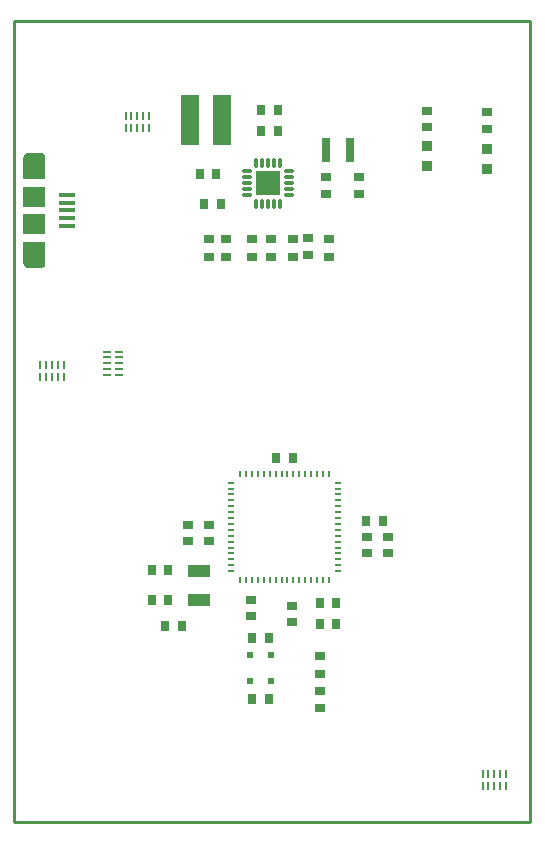
<source format=gtp>
G04 Layer_Color=8421504*
%FSLAX25Y25*%
%MOIN*%
G70*
G01*
G75*
%ADD10R,0.05315X0.01575*%
%ADD11R,0.07480X0.07087*%
%ADD12R,0.03150X0.03543*%
%ADD13R,0.07500X0.04300*%
%ADD14R,0.01000X0.02800*%
%ADD15R,0.03347X0.03347*%
%ADD16R,0.03543X0.03150*%
%ADD17R,0.02800X0.01000*%
%ADD18O,0.03347X0.01181*%
%ADD19O,0.01181X0.03347*%
%ADD20R,0.08465X0.08465*%
%ADD21R,0.06299X0.16929*%
%ADD22R,0.03150X0.07874*%
%ADD23R,0.03543X0.02756*%
%ADD24R,0.01929X0.02244*%
%ADD25R,0.00984X0.02362*%
%ADD26R,0.02362X0.00984*%
%ADD28C,0.01000*%
G36*
X9728Y222897D02*
X10060Y222565D01*
X10240Y222131D01*
Y221896D01*
Y214474D01*
X2760D01*
Y221108D01*
Y221500D01*
X3060Y222223D01*
X3613Y222777D01*
X4337Y223077D01*
X9294D01*
X9728Y222897D01*
D02*
G37*
G36*
X83941Y213623D02*
X80703D01*
Y216850D01*
X83941D01*
Y213623D01*
D02*
G37*
G36*
X88350Y213623D02*
X85123D01*
Y216850D01*
X88350D01*
Y213623D01*
D02*
G37*
G36*
Y209212D02*
X85122D01*
Y212441D01*
X88350D01*
Y209212D01*
D02*
G37*
G36*
X83941Y209209D02*
X80709D01*
Y212441D01*
X83941D01*
Y209209D01*
D02*
G37*
G36*
X10240Y186049D02*
Y185814D01*
X10060Y185380D01*
X9728Y185048D01*
X9294Y184868D01*
X4337D01*
X3613Y185168D01*
X3060Y185722D01*
X2760Y186445D01*
Y186837D01*
Y193471D01*
X10240D01*
Y186049D01*
D02*
G37*
D10*
X17543Y201413D02*
D03*
Y203972D02*
D03*
Y206532D02*
D03*
Y198854D02*
D03*
Y209090D02*
D03*
D11*
X6500Y208500D02*
D03*
Y199445D02*
D03*
D12*
X45744Y84000D02*
D03*
X51256D02*
D03*
X45744Y74000D02*
D03*
X51256D02*
D03*
X50244Y65500D02*
D03*
X55756D02*
D03*
X107256Y73000D02*
D03*
X101744D02*
D03*
X107256Y66000D02*
D03*
X101744D02*
D03*
X87756Y230500D02*
D03*
X82244D02*
D03*
X122756Y100500D02*
D03*
X117244D02*
D03*
X79244Y41000D02*
D03*
X84756D02*
D03*
X84756Y61500D02*
D03*
X79244D02*
D03*
X67256Y216000D02*
D03*
X61744D02*
D03*
X87244Y121500D02*
D03*
X92756D02*
D03*
X63244Y206000D02*
D03*
X68756D02*
D03*
X87756Y237500D02*
D03*
X82244D02*
D03*
D13*
X61500Y74200D02*
D03*
Y83800D02*
D03*
D14*
X156100Y16000D02*
D03*
X158000D02*
D03*
X160000D02*
D03*
X162000D02*
D03*
X163900D02*
D03*
Y12000D02*
D03*
X162000D02*
D03*
X160000D02*
D03*
X158000D02*
D03*
X156100D02*
D03*
X37100Y235500D02*
D03*
X39000D02*
D03*
X41000D02*
D03*
X43000D02*
D03*
X44900D02*
D03*
Y231500D02*
D03*
X43000D02*
D03*
X41000D02*
D03*
X39000D02*
D03*
X37100D02*
D03*
X8600Y152500D02*
D03*
X10500D02*
D03*
X12500D02*
D03*
X14500D02*
D03*
X16400D02*
D03*
Y148500D02*
D03*
X14500D02*
D03*
X12500D02*
D03*
X10500D02*
D03*
X8600D02*
D03*
D15*
X157500Y217807D02*
D03*
Y224500D02*
D03*
X137500Y218807D02*
D03*
Y225500D02*
D03*
D16*
X157500Y231244D02*
D03*
Y236756D02*
D03*
X137500Y231744D02*
D03*
Y237256D02*
D03*
X79000Y68744D02*
D03*
Y74256D02*
D03*
X65000Y93744D02*
D03*
Y99256D02*
D03*
X92500Y66744D02*
D03*
Y72256D02*
D03*
X58000Y93744D02*
D03*
Y99256D02*
D03*
X115000Y209488D02*
D03*
Y215000D02*
D03*
X104000Y209488D02*
D03*
Y215000D02*
D03*
X124500Y89744D02*
D03*
Y95256D02*
D03*
X117500Y89744D02*
D03*
Y95256D02*
D03*
X102000Y38244D02*
D03*
Y43756D02*
D03*
D17*
X31000Y149100D02*
D03*
Y151000D02*
D03*
Y153000D02*
D03*
Y155000D02*
D03*
Y156900D02*
D03*
X35000D02*
D03*
Y155000D02*
D03*
Y153000D02*
D03*
Y151000D02*
D03*
Y149100D02*
D03*
D18*
X77642Y216968D02*
D03*
Y215000D02*
D03*
Y213032D02*
D03*
Y211063D02*
D03*
Y209095D02*
D03*
X91421D02*
D03*
Y211063D02*
D03*
Y213032D02*
D03*
Y215000D02*
D03*
Y216968D02*
D03*
D19*
X80594Y206142D02*
D03*
X82563D02*
D03*
X84531D02*
D03*
X86500D02*
D03*
X88468D02*
D03*
Y219921D02*
D03*
X86500D02*
D03*
X84531D02*
D03*
X82563D02*
D03*
X80594D02*
D03*
D20*
X84531Y213032D02*
D03*
D21*
X58579Y233984D02*
D03*
X69209Y233984D02*
D03*
D22*
X104000Y224000D02*
D03*
X111902D02*
D03*
D23*
X102000Y55453D02*
D03*
Y49547D02*
D03*
X93000Y188500D02*
D03*
Y194405D02*
D03*
X85500Y188453D02*
D03*
Y194358D02*
D03*
X79043Y194390D02*
D03*
Y188484D02*
D03*
X105000Y188484D02*
D03*
Y194390D02*
D03*
X98000Y194905D02*
D03*
Y189000D02*
D03*
X64815Y188484D02*
D03*
Y194390D02*
D03*
X70500Y194358D02*
D03*
Y188453D02*
D03*
D24*
X85445Y55831D02*
D03*
Y47169D02*
D03*
X78555D02*
D03*
Y55831D02*
D03*
D25*
X92953Y80783D02*
D03*
X90984D02*
D03*
X89016D02*
D03*
X94921D02*
D03*
X96890D02*
D03*
X87047D02*
D03*
X85079D02*
D03*
X83110D02*
D03*
X75236D02*
D03*
X77205D02*
D03*
X79173D02*
D03*
X81142D02*
D03*
X98858D02*
D03*
X100827D02*
D03*
X102795D02*
D03*
X104764D02*
D03*
Y116217D02*
D03*
X102795D02*
D03*
X100827D02*
D03*
X98858D02*
D03*
X96890D02*
D03*
X94921D02*
D03*
X92953D02*
D03*
X90984D02*
D03*
X89016D02*
D03*
X87047D02*
D03*
X85079D02*
D03*
X83110D02*
D03*
X81142D02*
D03*
X79173D02*
D03*
X77205D02*
D03*
X75236D02*
D03*
D26*
X72284Y103421D02*
D03*
Y105390D02*
D03*
Y107358D02*
D03*
Y101453D02*
D03*
Y99484D02*
D03*
Y109327D02*
D03*
Y111295D02*
D03*
Y97516D02*
D03*
Y95547D02*
D03*
Y113264D02*
D03*
Y83736D02*
D03*
Y85705D02*
D03*
Y87673D02*
D03*
Y89642D02*
D03*
Y91610D02*
D03*
Y93579D02*
D03*
X107717Y83736D02*
D03*
Y85705D02*
D03*
Y87673D02*
D03*
Y89642D02*
D03*
Y91610D02*
D03*
Y93579D02*
D03*
Y95547D02*
D03*
Y97516D02*
D03*
Y99484D02*
D03*
Y101453D02*
D03*
Y103421D02*
D03*
Y105390D02*
D03*
Y107358D02*
D03*
Y109327D02*
D03*
Y111295D02*
D03*
Y113264D02*
D03*
D28*
X0Y267000D02*
X172000D01*
X0Y0D02*
Y267000D01*
Y0D02*
X172000D01*
Y267000D01*
M02*

</source>
